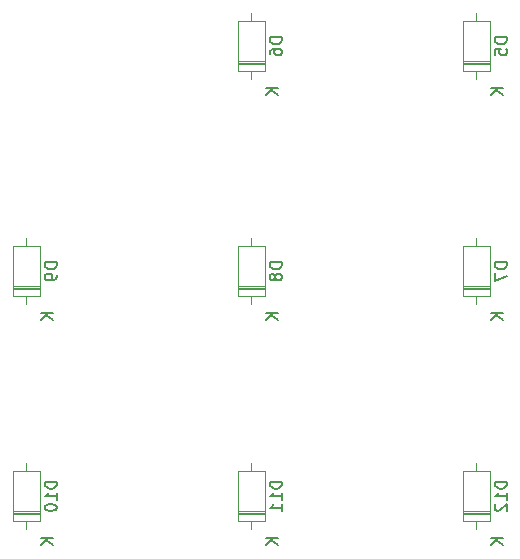
<source format=gbr>
%TF.GenerationSoftware,KiCad,Pcbnew,8.0.8*%
%TF.CreationDate,2025-02-20T21:51:01-07:00*%
%TF.ProjectId,my actual macropad,6d792061-6374-4756-916c-206d6163726f,rev?*%
%TF.SameCoordinates,Original*%
%TF.FileFunction,Legend,Bot*%
%TF.FilePolarity,Positive*%
%FSLAX46Y46*%
G04 Gerber Fmt 4.6, Leading zero omitted, Abs format (unit mm)*
G04 Created by KiCad (PCBNEW 8.0.8) date 2025-02-20 21:51:01*
%MOMM*%
%LPD*%
G01*
G04 APERTURE LIST*
%ADD10C,0.150000*%
%ADD11C,0.120000*%
G04 APERTURE END LIST*
D10*
X143068569Y-139279464D02*
X142068569Y-139279464D01*
X142068569Y-139279464D02*
X142068569Y-139517559D01*
X142068569Y-139517559D02*
X142116188Y-139660416D01*
X142116188Y-139660416D02*
X142211426Y-139755654D01*
X142211426Y-139755654D02*
X142306664Y-139803273D01*
X142306664Y-139803273D02*
X142497140Y-139850892D01*
X142497140Y-139850892D02*
X142639997Y-139850892D01*
X142639997Y-139850892D02*
X142830473Y-139803273D01*
X142830473Y-139803273D02*
X142925711Y-139755654D01*
X142925711Y-139755654D02*
X143020950Y-139660416D01*
X143020950Y-139660416D02*
X143068569Y-139517559D01*
X143068569Y-139517559D02*
X143068569Y-139279464D01*
X143068569Y-140803273D02*
X143068569Y-140231845D01*
X143068569Y-140517559D02*
X142068569Y-140517559D01*
X142068569Y-140517559D02*
X142211426Y-140422321D01*
X142211426Y-140422321D02*
X142306664Y-140327083D01*
X142306664Y-140327083D02*
X142354283Y-140231845D01*
X143068569Y-141755654D02*
X143068569Y-141184226D01*
X143068569Y-141469940D02*
X142068569Y-141469940D01*
X142068569Y-141469940D02*
X142211426Y-141374702D01*
X142211426Y-141374702D02*
X142306664Y-141279464D01*
X142306664Y-141279464D02*
X142354283Y-141184226D01*
X142748569Y-144041845D02*
X141748569Y-144041845D01*
X142748569Y-144613273D02*
X142177140Y-144184702D01*
X141748569Y-144613273D02*
X142319997Y-144041845D01*
X124018569Y-120705655D02*
X123018569Y-120705655D01*
X123018569Y-120705655D02*
X123018569Y-120943750D01*
X123018569Y-120943750D02*
X123066188Y-121086607D01*
X123066188Y-121086607D02*
X123161426Y-121181845D01*
X123161426Y-121181845D02*
X123256664Y-121229464D01*
X123256664Y-121229464D02*
X123447140Y-121277083D01*
X123447140Y-121277083D02*
X123589997Y-121277083D01*
X123589997Y-121277083D02*
X123780473Y-121229464D01*
X123780473Y-121229464D02*
X123875711Y-121181845D01*
X123875711Y-121181845D02*
X123970950Y-121086607D01*
X123970950Y-121086607D02*
X124018569Y-120943750D01*
X124018569Y-120943750D02*
X124018569Y-120705655D01*
X124018569Y-121753274D02*
X124018569Y-121943750D01*
X124018569Y-121943750D02*
X123970950Y-122038988D01*
X123970950Y-122038988D02*
X123923330Y-122086607D01*
X123923330Y-122086607D02*
X123780473Y-122181845D01*
X123780473Y-122181845D02*
X123589997Y-122229464D01*
X123589997Y-122229464D02*
X123209045Y-122229464D01*
X123209045Y-122229464D02*
X123113807Y-122181845D01*
X123113807Y-122181845D02*
X123066188Y-122134226D01*
X123066188Y-122134226D02*
X123018569Y-122038988D01*
X123018569Y-122038988D02*
X123018569Y-121848512D01*
X123018569Y-121848512D02*
X123066188Y-121753274D01*
X123066188Y-121753274D02*
X123113807Y-121705655D01*
X123113807Y-121705655D02*
X123209045Y-121658036D01*
X123209045Y-121658036D02*
X123447140Y-121658036D01*
X123447140Y-121658036D02*
X123542378Y-121705655D01*
X123542378Y-121705655D02*
X123589997Y-121753274D01*
X123589997Y-121753274D02*
X123637616Y-121848512D01*
X123637616Y-121848512D02*
X123637616Y-122038988D01*
X123637616Y-122038988D02*
X123589997Y-122134226D01*
X123589997Y-122134226D02*
X123542378Y-122181845D01*
X123542378Y-122181845D02*
X123447140Y-122229464D01*
X123698569Y-124991845D02*
X122698569Y-124991845D01*
X123698569Y-125563273D02*
X123127140Y-125134702D01*
X122698569Y-125563273D02*
X123269997Y-124991845D01*
X143068569Y-101655655D02*
X142068569Y-101655655D01*
X142068569Y-101655655D02*
X142068569Y-101893750D01*
X142068569Y-101893750D02*
X142116188Y-102036607D01*
X142116188Y-102036607D02*
X142211426Y-102131845D01*
X142211426Y-102131845D02*
X142306664Y-102179464D01*
X142306664Y-102179464D02*
X142497140Y-102227083D01*
X142497140Y-102227083D02*
X142639997Y-102227083D01*
X142639997Y-102227083D02*
X142830473Y-102179464D01*
X142830473Y-102179464D02*
X142925711Y-102131845D01*
X142925711Y-102131845D02*
X143020950Y-102036607D01*
X143020950Y-102036607D02*
X143068569Y-101893750D01*
X143068569Y-101893750D02*
X143068569Y-101655655D01*
X142068569Y-103084226D02*
X142068569Y-102893750D01*
X142068569Y-102893750D02*
X142116188Y-102798512D01*
X142116188Y-102798512D02*
X142163807Y-102750893D01*
X142163807Y-102750893D02*
X142306664Y-102655655D01*
X142306664Y-102655655D02*
X142497140Y-102608036D01*
X142497140Y-102608036D02*
X142878092Y-102608036D01*
X142878092Y-102608036D02*
X142973330Y-102655655D01*
X142973330Y-102655655D02*
X143020950Y-102703274D01*
X143020950Y-102703274D02*
X143068569Y-102798512D01*
X143068569Y-102798512D02*
X143068569Y-102988988D01*
X143068569Y-102988988D02*
X143020950Y-103084226D01*
X143020950Y-103084226D02*
X142973330Y-103131845D01*
X142973330Y-103131845D02*
X142878092Y-103179464D01*
X142878092Y-103179464D02*
X142639997Y-103179464D01*
X142639997Y-103179464D02*
X142544759Y-103131845D01*
X142544759Y-103131845D02*
X142497140Y-103084226D01*
X142497140Y-103084226D02*
X142449521Y-102988988D01*
X142449521Y-102988988D02*
X142449521Y-102798512D01*
X142449521Y-102798512D02*
X142497140Y-102703274D01*
X142497140Y-102703274D02*
X142544759Y-102655655D01*
X142544759Y-102655655D02*
X142639997Y-102608036D01*
X142748569Y-105941845D02*
X141748569Y-105941845D01*
X142748569Y-106513273D02*
X142177140Y-106084702D01*
X141748569Y-106513273D02*
X142319997Y-105941845D01*
X162118569Y-120705655D02*
X161118569Y-120705655D01*
X161118569Y-120705655D02*
X161118569Y-120943750D01*
X161118569Y-120943750D02*
X161166188Y-121086607D01*
X161166188Y-121086607D02*
X161261426Y-121181845D01*
X161261426Y-121181845D02*
X161356664Y-121229464D01*
X161356664Y-121229464D02*
X161547140Y-121277083D01*
X161547140Y-121277083D02*
X161689997Y-121277083D01*
X161689997Y-121277083D02*
X161880473Y-121229464D01*
X161880473Y-121229464D02*
X161975711Y-121181845D01*
X161975711Y-121181845D02*
X162070950Y-121086607D01*
X162070950Y-121086607D02*
X162118569Y-120943750D01*
X162118569Y-120943750D02*
X162118569Y-120705655D01*
X161118569Y-121610417D02*
X161118569Y-122277083D01*
X161118569Y-122277083D02*
X162118569Y-121848512D01*
X161798569Y-124991845D02*
X160798569Y-124991845D01*
X161798569Y-125563273D02*
X161227140Y-125134702D01*
X160798569Y-125563273D02*
X161369997Y-124991845D01*
X162118569Y-101655655D02*
X161118569Y-101655655D01*
X161118569Y-101655655D02*
X161118569Y-101893750D01*
X161118569Y-101893750D02*
X161166188Y-102036607D01*
X161166188Y-102036607D02*
X161261426Y-102131845D01*
X161261426Y-102131845D02*
X161356664Y-102179464D01*
X161356664Y-102179464D02*
X161547140Y-102227083D01*
X161547140Y-102227083D02*
X161689997Y-102227083D01*
X161689997Y-102227083D02*
X161880473Y-102179464D01*
X161880473Y-102179464D02*
X161975711Y-102131845D01*
X161975711Y-102131845D02*
X162070950Y-102036607D01*
X162070950Y-102036607D02*
X162118569Y-101893750D01*
X162118569Y-101893750D02*
X162118569Y-101655655D01*
X161118569Y-103131845D02*
X161118569Y-102655655D01*
X161118569Y-102655655D02*
X161594759Y-102608036D01*
X161594759Y-102608036D02*
X161547140Y-102655655D01*
X161547140Y-102655655D02*
X161499521Y-102750893D01*
X161499521Y-102750893D02*
X161499521Y-102988988D01*
X161499521Y-102988988D02*
X161547140Y-103084226D01*
X161547140Y-103084226D02*
X161594759Y-103131845D01*
X161594759Y-103131845D02*
X161689997Y-103179464D01*
X161689997Y-103179464D02*
X161928092Y-103179464D01*
X161928092Y-103179464D02*
X162023330Y-103131845D01*
X162023330Y-103131845D02*
X162070950Y-103084226D01*
X162070950Y-103084226D02*
X162118569Y-102988988D01*
X162118569Y-102988988D02*
X162118569Y-102750893D01*
X162118569Y-102750893D02*
X162070950Y-102655655D01*
X162070950Y-102655655D02*
X162023330Y-102608036D01*
X161798569Y-105941845D02*
X160798569Y-105941845D01*
X161798569Y-106513273D02*
X161227140Y-106084702D01*
X160798569Y-106513273D02*
X161369997Y-105941845D01*
X162118569Y-139279464D02*
X161118569Y-139279464D01*
X161118569Y-139279464D02*
X161118569Y-139517559D01*
X161118569Y-139517559D02*
X161166188Y-139660416D01*
X161166188Y-139660416D02*
X161261426Y-139755654D01*
X161261426Y-139755654D02*
X161356664Y-139803273D01*
X161356664Y-139803273D02*
X161547140Y-139850892D01*
X161547140Y-139850892D02*
X161689997Y-139850892D01*
X161689997Y-139850892D02*
X161880473Y-139803273D01*
X161880473Y-139803273D02*
X161975711Y-139755654D01*
X161975711Y-139755654D02*
X162070950Y-139660416D01*
X162070950Y-139660416D02*
X162118569Y-139517559D01*
X162118569Y-139517559D02*
X162118569Y-139279464D01*
X162118569Y-140803273D02*
X162118569Y-140231845D01*
X162118569Y-140517559D02*
X161118569Y-140517559D01*
X161118569Y-140517559D02*
X161261426Y-140422321D01*
X161261426Y-140422321D02*
X161356664Y-140327083D01*
X161356664Y-140327083D02*
X161404283Y-140231845D01*
X161213807Y-141184226D02*
X161166188Y-141231845D01*
X161166188Y-141231845D02*
X161118569Y-141327083D01*
X161118569Y-141327083D02*
X161118569Y-141565178D01*
X161118569Y-141565178D02*
X161166188Y-141660416D01*
X161166188Y-141660416D02*
X161213807Y-141708035D01*
X161213807Y-141708035D02*
X161309045Y-141755654D01*
X161309045Y-141755654D02*
X161404283Y-141755654D01*
X161404283Y-141755654D02*
X161547140Y-141708035D01*
X161547140Y-141708035D02*
X162118569Y-141136607D01*
X162118569Y-141136607D02*
X162118569Y-141755654D01*
X161798569Y-144041845D02*
X160798569Y-144041845D01*
X161798569Y-144613273D02*
X161227140Y-144184702D01*
X160798569Y-144613273D02*
X161369997Y-144041845D01*
X143068569Y-120705655D02*
X142068569Y-120705655D01*
X142068569Y-120705655D02*
X142068569Y-120943750D01*
X142068569Y-120943750D02*
X142116188Y-121086607D01*
X142116188Y-121086607D02*
X142211426Y-121181845D01*
X142211426Y-121181845D02*
X142306664Y-121229464D01*
X142306664Y-121229464D02*
X142497140Y-121277083D01*
X142497140Y-121277083D02*
X142639997Y-121277083D01*
X142639997Y-121277083D02*
X142830473Y-121229464D01*
X142830473Y-121229464D02*
X142925711Y-121181845D01*
X142925711Y-121181845D02*
X143020950Y-121086607D01*
X143020950Y-121086607D02*
X143068569Y-120943750D01*
X143068569Y-120943750D02*
X143068569Y-120705655D01*
X142497140Y-121848512D02*
X142449521Y-121753274D01*
X142449521Y-121753274D02*
X142401902Y-121705655D01*
X142401902Y-121705655D02*
X142306664Y-121658036D01*
X142306664Y-121658036D02*
X142259045Y-121658036D01*
X142259045Y-121658036D02*
X142163807Y-121705655D01*
X142163807Y-121705655D02*
X142116188Y-121753274D01*
X142116188Y-121753274D02*
X142068569Y-121848512D01*
X142068569Y-121848512D02*
X142068569Y-122038988D01*
X142068569Y-122038988D02*
X142116188Y-122134226D01*
X142116188Y-122134226D02*
X142163807Y-122181845D01*
X142163807Y-122181845D02*
X142259045Y-122229464D01*
X142259045Y-122229464D02*
X142306664Y-122229464D01*
X142306664Y-122229464D02*
X142401902Y-122181845D01*
X142401902Y-122181845D02*
X142449521Y-122134226D01*
X142449521Y-122134226D02*
X142497140Y-122038988D01*
X142497140Y-122038988D02*
X142497140Y-121848512D01*
X142497140Y-121848512D02*
X142544759Y-121753274D01*
X142544759Y-121753274D02*
X142592378Y-121705655D01*
X142592378Y-121705655D02*
X142687616Y-121658036D01*
X142687616Y-121658036D02*
X142878092Y-121658036D01*
X142878092Y-121658036D02*
X142973330Y-121705655D01*
X142973330Y-121705655D02*
X143020950Y-121753274D01*
X143020950Y-121753274D02*
X143068569Y-121848512D01*
X143068569Y-121848512D02*
X143068569Y-122038988D01*
X143068569Y-122038988D02*
X143020950Y-122134226D01*
X143020950Y-122134226D02*
X142973330Y-122181845D01*
X142973330Y-122181845D02*
X142878092Y-122229464D01*
X142878092Y-122229464D02*
X142687616Y-122229464D01*
X142687616Y-122229464D02*
X142592378Y-122181845D01*
X142592378Y-122181845D02*
X142544759Y-122134226D01*
X142544759Y-122134226D02*
X142497140Y-122038988D01*
X142748569Y-124991845D02*
X141748569Y-124991845D01*
X142748569Y-125563273D02*
X142177140Y-125134702D01*
X141748569Y-125563273D02*
X142319997Y-124991845D01*
X124018569Y-139279464D02*
X123018569Y-139279464D01*
X123018569Y-139279464D02*
X123018569Y-139517559D01*
X123018569Y-139517559D02*
X123066188Y-139660416D01*
X123066188Y-139660416D02*
X123161426Y-139755654D01*
X123161426Y-139755654D02*
X123256664Y-139803273D01*
X123256664Y-139803273D02*
X123447140Y-139850892D01*
X123447140Y-139850892D02*
X123589997Y-139850892D01*
X123589997Y-139850892D02*
X123780473Y-139803273D01*
X123780473Y-139803273D02*
X123875711Y-139755654D01*
X123875711Y-139755654D02*
X123970950Y-139660416D01*
X123970950Y-139660416D02*
X124018569Y-139517559D01*
X124018569Y-139517559D02*
X124018569Y-139279464D01*
X124018569Y-140803273D02*
X124018569Y-140231845D01*
X124018569Y-140517559D02*
X123018569Y-140517559D01*
X123018569Y-140517559D02*
X123161426Y-140422321D01*
X123161426Y-140422321D02*
X123256664Y-140327083D01*
X123256664Y-140327083D02*
X123304283Y-140231845D01*
X123018569Y-141422321D02*
X123018569Y-141517559D01*
X123018569Y-141517559D02*
X123066188Y-141612797D01*
X123066188Y-141612797D02*
X123113807Y-141660416D01*
X123113807Y-141660416D02*
X123209045Y-141708035D01*
X123209045Y-141708035D02*
X123399521Y-141755654D01*
X123399521Y-141755654D02*
X123637616Y-141755654D01*
X123637616Y-141755654D02*
X123828092Y-141708035D01*
X123828092Y-141708035D02*
X123923330Y-141660416D01*
X123923330Y-141660416D02*
X123970950Y-141612797D01*
X123970950Y-141612797D02*
X124018569Y-141517559D01*
X124018569Y-141517559D02*
X124018569Y-141422321D01*
X124018569Y-141422321D02*
X123970950Y-141327083D01*
X123970950Y-141327083D02*
X123923330Y-141279464D01*
X123923330Y-141279464D02*
X123828092Y-141231845D01*
X123828092Y-141231845D02*
X123637616Y-141184226D01*
X123637616Y-141184226D02*
X123399521Y-141184226D01*
X123399521Y-141184226D02*
X123209045Y-141231845D01*
X123209045Y-141231845D02*
X123113807Y-141279464D01*
X123113807Y-141279464D02*
X123066188Y-141327083D01*
X123066188Y-141327083D02*
X123018569Y-141422321D01*
X123698569Y-144041845D02*
X122698569Y-144041845D01*
X123698569Y-144613273D02*
X123127140Y-144184702D01*
X122698569Y-144613273D02*
X123269997Y-144041845D01*
D11*
%TO.C,D11*%
X140493750Y-142613750D02*
X140493750Y-143263750D01*
X139373750Y-142613750D02*
X141613750Y-142613750D01*
X139373750Y-138373750D02*
X139373750Y-142613750D01*
X139373750Y-142013750D02*
X141613750Y-142013750D01*
X139373750Y-141893750D02*
X141613750Y-141893750D01*
X139373750Y-141773750D02*
X141613750Y-141773750D01*
X141613750Y-142613750D02*
X141613750Y-138373750D01*
X141613750Y-138373750D02*
X139373750Y-138373750D01*
X140493750Y-138373750D02*
X140493750Y-137723750D01*
%TO.C,D9*%
X121443750Y-123563750D02*
X121443750Y-124213750D01*
X120323750Y-123563750D02*
X122563750Y-123563750D01*
X120323750Y-119323750D02*
X120323750Y-123563750D01*
X120323750Y-122963750D02*
X122563750Y-122963750D01*
X120323750Y-122843750D02*
X122563750Y-122843750D01*
X120323750Y-122723750D02*
X122563750Y-122723750D01*
X122563750Y-123563750D02*
X122563750Y-119323750D01*
X122563750Y-119323750D02*
X120323750Y-119323750D01*
X121443750Y-119323750D02*
X121443750Y-118673750D01*
%TO.C,D6*%
X140493750Y-100273750D02*
X140493750Y-99623750D01*
X141613750Y-100273750D02*
X139373750Y-100273750D01*
X141613750Y-104513750D02*
X141613750Y-100273750D01*
X139373750Y-103673750D02*
X141613750Y-103673750D01*
X139373750Y-103793750D02*
X141613750Y-103793750D01*
X139373750Y-103913750D02*
X141613750Y-103913750D01*
X139373750Y-100273750D02*
X139373750Y-104513750D01*
X139373750Y-104513750D02*
X141613750Y-104513750D01*
X140493750Y-104513750D02*
X140493750Y-105163750D01*
%TO.C,D7*%
X159543750Y-123563750D02*
X159543750Y-124213750D01*
X158423750Y-123563750D02*
X160663750Y-123563750D01*
X158423750Y-119323750D02*
X158423750Y-123563750D01*
X158423750Y-122963750D02*
X160663750Y-122963750D01*
X158423750Y-122843750D02*
X160663750Y-122843750D01*
X158423750Y-122723750D02*
X160663750Y-122723750D01*
X160663750Y-123563750D02*
X160663750Y-119323750D01*
X160663750Y-119323750D02*
X158423750Y-119323750D01*
X159543750Y-119323750D02*
X159543750Y-118673750D01*
%TO.C,D5*%
X159543750Y-104513750D02*
X159543750Y-105163750D01*
X158423750Y-104513750D02*
X160663750Y-104513750D01*
X158423750Y-100273750D02*
X158423750Y-104513750D01*
X158423750Y-103913750D02*
X160663750Y-103913750D01*
X158423750Y-103793750D02*
X160663750Y-103793750D01*
X158423750Y-103673750D02*
X160663750Y-103673750D01*
X160663750Y-104513750D02*
X160663750Y-100273750D01*
X160663750Y-100273750D02*
X158423750Y-100273750D01*
X159543750Y-100273750D02*
X159543750Y-99623750D01*
%TO.C,D12*%
X159543750Y-142613750D02*
X159543750Y-143263750D01*
X158423750Y-142613750D02*
X160663750Y-142613750D01*
X158423750Y-138373750D02*
X158423750Y-142613750D01*
X158423750Y-142013750D02*
X160663750Y-142013750D01*
X158423750Y-141893750D02*
X160663750Y-141893750D01*
X158423750Y-141773750D02*
X160663750Y-141773750D01*
X160663750Y-142613750D02*
X160663750Y-138373750D01*
X160663750Y-138373750D02*
X158423750Y-138373750D01*
X159543750Y-138373750D02*
X159543750Y-137723750D01*
%TO.C,D8*%
X140493750Y-123563750D02*
X140493750Y-124213750D01*
X139373750Y-123563750D02*
X141613750Y-123563750D01*
X139373750Y-119323750D02*
X139373750Y-123563750D01*
X139373750Y-122963750D02*
X141613750Y-122963750D01*
X139373750Y-122843750D02*
X141613750Y-122843750D01*
X139373750Y-122723750D02*
X141613750Y-122723750D01*
X141613750Y-123563750D02*
X141613750Y-119323750D01*
X141613750Y-119323750D02*
X139373750Y-119323750D01*
X140493750Y-119323750D02*
X140493750Y-118673750D01*
%TO.C,D10*%
X121443750Y-142613750D02*
X121443750Y-143263750D01*
X120323750Y-142613750D02*
X122563750Y-142613750D01*
X120323750Y-138373750D02*
X120323750Y-142613750D01*
X120323750Y-142013750D02*
X122563750Y-142013750D01*
X120323750Y-141893750D02*
X122563750Y-141893750D01*
X120323750Y-141773750D02*
X122563750Y-141773750D01*
X122563750Y-142613750D02*
X122563750Y-138373750D01*
X122563750Y-138373750D02*
X120323750Y-138373750D01*
X121443750Y-138373750D02*
X121443750Y-137723750D01*
%TD*%
M02*

</source>
